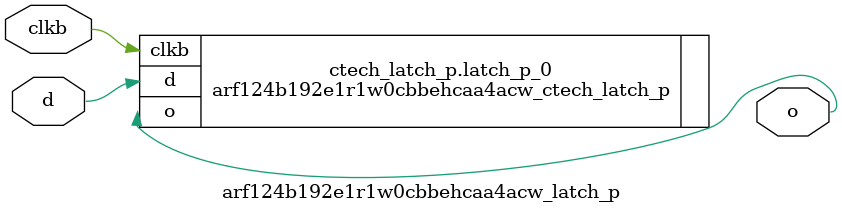
<source format=sv>

`ifndef ARF124B192E1R1W0CBBEHCAA4ACW_LATCH_P_SV
`define ARF124B192E1R1W0CBBEHCAA4ACW_LATCH_P_SV

module arf124b192e1r1w0cbbehcaa4acw_latch_p #
(
  parameter CTECH = 1
)
(
  output logic o,
  input  logic d,
  input  logic clkb
);

  if (CTECH == 1) begin: ctech_latch_p
    arf124b192e1r1w0cbbehcaa4acw_ctech_latch_p latch_p_0 (.o(o),.d(d),.clkb(clkb));
  end
  else begin
    always_latch begin
      if (~clkb) begin
        o <= d;
      end
    end
  end

endmodule // arf124b192e1r1w0cbbehcaa4acw_latch_p

`endif // ARF124B192E1R1W0CBBEHCAA4ACW_LATCH_P_SV
</source>
